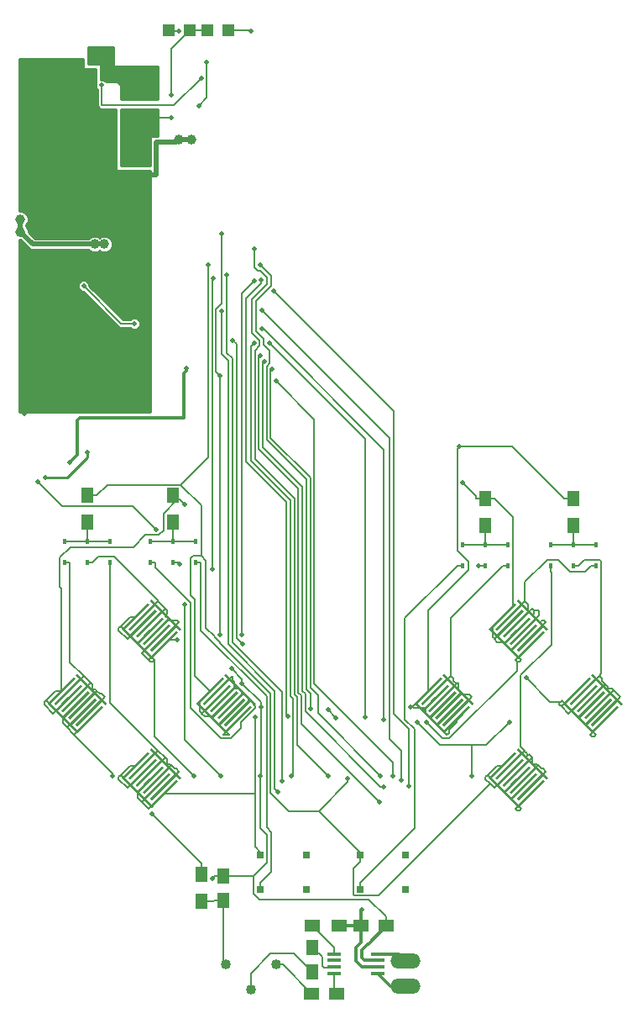
<source format=gbr>
G04 #@! TF.FileFunction,Copper,L1,Top,Signal*
%FSLAX46Y46*%
G04 Gerber Fmt 4.6, Leading zero omitted, Abs format (unit mm)*
G04 Created by KiCad (PCBNEW 4.0.2-stable) date 7/30/2016 6:00:18 PM*
%MOMM*%
G01*
G04 APERTURE LIST*
%ADD10C,0.100000*%
%ADD11C,1.016000*%
%ADD12R,1.300000X1.500000*%
%ADD13R,1.250000X1.500000*%
%ADD14R,1.500000X1.250000*%
%ADD15R,1.198880X1.198880*%
%ADD16R,0.450000X0.590000*%
%ADD17R,1.500000X1.300000*%
%ADD18R,1.450000X0.450000*%
%ADD19O,3.014980X1.506220*%
%ADD20R,0.700000X0.700000*%
%ADD21C,0.500000*%
%ADD22C,1.000000*%
%ADD23C,0.200000*%
%ADD24C,0.500000*%
%ADD25C,0.300000*%
%ADD26C,0.250000*%
%ADD27C,0.254000*%
G04 APERTURE END LIST*
D10*
G36*
X155000000Y-139505204D02*
X151994796Y-136500000D01*
X152171572Y-136323224D01*
X155176776Y-139328428D01*
X155000000Y-139505204D01*
X155000000Y-139505204D01*
G37*
G36*
X154823224Y-134025126D02*
X152171573Y-136676777D01*
X151994796Y-136500000D01*
X154646447Y-133848349D01*
X154823224Y-134025126D01*
X154823224Y-134025126D01*
G37*
G36*
X157828428Y-136676776D02*
X154823224Y-133671572D01*
X155000000Y-133494796D01*
X158005204Y-136500000D01*
X157828428Y-136676776D01*
X157828428Y-136676776D01*
G37*
G36*
X155530331Y-134025126D02*
X152878680Y-136676777D01*
X152701903Y-136500000D01*
X155353554Y-133848349D01*
X155530331Y-134025126D01*
X155530331Y-134025126D01*
G37*
G36*
X155530331Y-134732233D02*
X152878680Y-137383884D01*
X152701903Y-137207107D01*
X155353554Y-134555456D01*
X155530331Y-134732233D01*
X155530331Y-134732233D01*
G37*
G36*
X156237437Y-134732233D02*
X153585786Y-137383884D01*
X153409009Y-137207107D01*
X156060660Y-134555456D01*
X156237437Y-134732233D01*
X156237437Y-134732233D01*
G37*
G36*
X156237437Y-135439340D02*
X153585786Y-138090991D01*
X153409009Y-137914214D01*
X156060660Y-135262563D01*
X156237437Y-135439340D01*
X156237437Y-135439340D01*
G37*
G36*
X156944544Y-135439340D02*
X154292893Y-138090991D01*
X154116116Y-137914214D01*
X156767767Y-135262563D01*
X156944544Y-135439340D01*
X156944544Y-135439340D01*
G37*
G36*
X156944544Y-136146446D02*
X154292893Y-138798097D01*
X154116116Y-138621320D01*
X156767767Y-135969669D01*
X156944544Y-136146446D01*
X156944544Y-136146446D01*
G37*
G36*
X157651651Y-136146446D02*
X155000000Y-138798097D01*
X154823223Y-138621320D01*
X157474874Y-135969669D01*
X157651651Y-136146446D01*
X157651651Y-136146446D01*
G37*
G36*
X157651651Y-136853553D02*
X155000000Y-139505204D01*
X154823223Y-139328427D01*
X157474874Y-136676776D01*
X157651651Y-136853553D01*
X157651651Y-136853553D01*
G37*
G36*
X118000000Y-124505204D02*
X114994796Y-121500000D01*
X115171572Y-121323224D01*
X118176776Y-124328428D01*
X118000000Y-124505204D01*
X118000000Y-124505204D01*
G37*
G36*
X117823224Y-119025126D02*
X115171573Y-121676777D01*
X114994796Y-121500000D01*
X117646447Y-118848349D01*
X117823224Y-119025126D01*
X117823224Y-119025126D01*
G37*
G36*
X120828428Y-121676776D02*
X117823224Y-118671572D01*
X118000000Y-118494796D01*
X121005204Y-121500000D01*
X120828428Y-121676776D01*
X120828428Y-121676776D01*
G37*
G36*
X118530331Y-119025126D02*
X115878680Y-121676777D01*
X115701903Y-121500000D01*
X118353554Y-118848349D01*
X118530331Y-119025126D01*
X118530331Y-119025126D01*
G37*
G36*
X118530331Y-119732233D02*
X115878680Y-122383884D01*
X115701903Y-122207107D01*
X118353554Y-119555456D01*
X118530331Y-119732233D01*
X118530331Y-119732233D01*
G37*
G36*
X119237437Y-119732233D02*
X116585786Y-122383884D01*
X116409009Y-122207107D01*
X119060660Y-119555456D01*
X119237437Y-119732233D01*
X119237437Y-119732233D01*
G37*
G36*
X119237437Y-120439340D02*
X116585786Y-123090991D01*
X116409009Y-122914214D01*
X119060660Y-120262563D01*
X119237437Y-120439340D01*
X119237437Y-120439340D01*
G37*
G36*
X119944544Y-120439340D02*
X117292893Y-123090991D01*
X117116116Y-122914214D01*
X119767767Y-120262563D01*
X119944544Y-120439340D01*
X119944544Y-120439340D01*
G37*
G36*
X119944544Y-121146446D02*
X117292893Y-123798097D01*
X117116116Y-123621320D01*
X119767767Y-120969669D01*
X119944544Y-121146446D01*
X119944544Y-121146446D01*
G37*
G36*
X120651651Y-121146446D02*
X118000000Y-123798097D01*
X117823223Y-123621320D01*
X120474874Y-120969669D01*
X120651651Y-121146446D01*
X120651651Y-121146446D01*
G37*
G36*
X120651651Y-121853553D02*
X118000000Y-124505204D01*
X117823223Y-124328427D01*
X120474874Y-121676776D01*
X120651651Y-121853553D01*
X120651651Y-121853553D01*
G37*
D11*
X128000000Y-157800000D03*
X130540000Y-155260000D03*
X125460000Y-155260000D03*
D12*
X123000000Y-148950000D03*
X123000000Y-146250000D03*
D10*
G36*
X110500000Y-132005204D02*
X107494796Y-129000000D01*
X107671572Y-128823224D01*
X110676776Y-131828428D01*
X110500000Y-132005204D01*
X110500000Y-132005204D01*
G37*
G36*
X110323224Y-126525126D02*
X107671573Y-129176777D01*
X107494796Y-129000000D01*
X110146447Y-126348349D01*
X110323224Y-126525126D01*
X110323224Y-126525126D01*
G37*
G36*
X113328428Y-129176776D02*
X110323224Y-126171572D01*
X110500000Y-125994796D01*
X113505204Y-129000000D01*
X113328428Y-129176776D01*
X113328428Y-129176776D01*
G37*
G36*
X111030331Y-126525126D02*
X108378680Y-129176777D01*
X108201903Y-129000000D01*
X110853554Y-126348349D01*
X111030331Y-126525126D01*
X111030331Y-126525126D01*
G37*
G36*
X111030331Y-127232233D02*
X108378680Y-129883884D01*
X108201903Y-129707107D01*
X110853554Y-127055456D01*
X111030331Y-127232233D01*
X111030331Y-127232233D01*
G37*
G36*
X111737437Y-127232233D02*
X109085786Y-129883884D01*
X108909009Y-129707107D01*
X111560660Y-127055456D01*
X111737437Y-127232233D01*
X111737437Y-127232233D01*
G37*
G36*
X111737437Y-127939340D02*
X109085786Y-130590991D01*
X108909009Y-130414214D01*
X111560660Y-127762563D01*
X111737437Y-127939340D01*
X111737437Y-127939340D01*
G37*
G36*
X112444544Y-127939340D02*
X109792893Y-130590991D01*
X109616116Y-130414214D01*
X112267767Y-127762563D01*
X112444544Y-127939340D01*
X112444544Y-127939340D01*
G37*
G36*
X112444544Y-128646446D02*
X109792893Y-131298097D01*
X109616116Y-131121320D01*
X112267767Y-128469669D01*
X112444544Y-128646446D01*
X112444544Y-128646446D01*
G37*
G36*
X113151651Y-128646446D02*
X110500000Y-131298097D01*
X110323223Y-131121320D01*
X112974874Y-128469669D01*
X113151651Y-128646446D01*
X113151651Y-128646446D01*
G37*
G36*
X113151651Y-129353553D02*
X110500000Y-132005204D01*
X110323223Y-131828427D01*
X112974874Y-129176776D01*
X113151651Y-129353553D01*
X113151651Y-129353553D01*
G37*
G36*
X118000000Y-139505204D02*
X114994796Y-136500000D01*
X115171572Y-136323224D01*
X118176776Y-139328428D01*
X118000000Y-139505204D01*
X118000000Y-139505204D01*
G37*
G36*
X117823224Y-134025126D02*
X115171573Y-136676777D01*
X114994796Y-136500000D01*
X117646447Y-133848349D01*
X117823224Y-134025126D01*
X117823224Y-134025126D01*
G37*
G36*
X120828428Y-136676776D02*
X117823224Y-133671572D01*
X118000000Y-133494796D01*
X121005204Y-136500000D01*
X120828428Y-136676776D01*
X120828428Y-136676776D01*
G37*
G36*
X118530331Y-134025126D02*
X115878680Y-136676777D01*
X115701903Y-136500000D01*
X118353554Y-133848349D01*
X118530331Y-134025126D01*
X118530331Y-134025126D01*
G37*
G36*
X118530331Y-134732233D02*
X115878680Y-137383884D01*
X115701903Y-137207107D01*
X118353554Y-134555456D01*
X118530331Y-134732233D01*
X118530331Y-134732233D01*
G37*
G36*
X119237437Y-134732233D02*
X116585786Y-137383884D01*
X116409009Y-137207107D01*
X119060660Y-134555456D01*
X119237437Y-134732233D01*
X119237437Y-134732233D01*
G37*
G36*
X119237437Y-135439340D02*
X116585786Y-138090991D01*
X116409009Y-137914214D01*
X119060660Y-135262563D01*
X119237437Y-135439340D01*
X119237437Y-135439340D01*
G37*
G36*
X119944544Y-135439340D02*
X117292893Y-138090991D01*
X117116116Y-137914214D01*
X119767767Y-135262563D01*
X119944544Y-135439340D01*
X119944544Y-135439340D01*
G37*
G36*
X119944544Y-136146446D02*
X117292893Y-138798097D01*
X117116116Y-138621320D01*
X119767767Y-135969669D01*
X119944544Y-136146446D01*
X119944544Y-136146446D01*
G37*
G36*
X120651651Y-136146446D02*
X118000000Y-138798097D01*
X117823223Y-138621320D01*
X120474874Y-135969669D01*
X120651651Y-136146446D01*
X120651651Y-136146446D01*
G37*
G36*
X120651651Y-136853553D02*
X118000000Y-139505204D01*
X117823223Y-139328427D01*
X120474874Y-136676776D01*
X120651651Y-136853553D01*
X120651651Y-136853553D01*
G37*
G36*
X162500000Y-132005204D02*
X159494796Y-129000000D01*
X159671572Y-128823224D01*
X162676776Y-131828428D01*
X162500000Y-132005204D01*
X162500000Y-132005204D01*
G37*
G36*
X162323224Y-126525126D02*
X159671573Y-129176777D01*
X159494796Y-129000000D01*
X162146447Y-126348349D01*
X162323224Y-126525126D01*
X162323224Y-126525126D01*
G37*
G36*
X165328428Y-129176776D02*
X162323224Y-126171572D01*
X162500000Y-125994796D01*
X165505204Y-129000000D01*
X165328428Y-129176776D01*
X165328428Y-129176776D01*
G37*
G36*
X163030331Y-126525126D02*
X160378680Y-129176777D01*
X160201903Y-129000000D01*
X162853554Y-126348349D01*
X163030331Y-126525126D01*
X163030331Y-126525126D01*
G37*
G36*
X163030331Y-127232233D02*
X160378680Y-129883884D01*
X160201903Y-129707107D01*
X162853554Y-127055456D01*
X163030331Y-127232233D01*
X163030331Y-127232233D01*
G37*
G36*
X163737437Y-127232233D02*
X161085786Y-129883884D01*
X160909009Y-129707107D01*
X163560660Y-127055456D01*
X163737437Y-127232233D01*
X163737437Y-127232233D01*
G37*
G36*
X163737437Y-127939340D02*
X161085786Y-130590991D01*
X160909009Y-130414214D01*
X163560660Y-127762563D01*
X163737437Y-127939340D01*
X163737437Y-127939340D01*
G37*
G36*
X164444544Y-127939340D02*
X161792893Y-130590991D01*
X161616116Y-130414214D01*
X164267767Y-127762563D01*
X164444544Y-127939340D01*
X164444544Y-127939340D01*
G37*
G36*
X164444544Y-128646446D02*
X161792893Y-131298097D01*
X161616116Y-131121320D01*
X164267767Y-128469669D01*
X164444544Y-128646446D01*
X164444544Y-128646446D01*
G37*
G36*
X165151651Y-128646446D02*
X162500000Y-131298097D01*
X162323223Y-131121320D01*
X164974874Y-128469669D01*
X165151651Y-128646446D01*
X165151651Y-128646446D01*
G37*
G36*
X165151651Y-129353553D02*
X162500000Y-132005204D01*
X162323223Y-131828427D01*
X164974874Y-129176776D01*
X165151651Y-129353553D01*
X165151651Y-129353553D01*
G37*
G36*
X125500000Y-132005204D02*
X122494796Y-129000000D01*
X122671572Y-128823224D01*
X125676776Y-131828428D01*
X125500000Y-132005204D01*
X125500000Y-132005204D01*
G37*
G36*
X125323224Y-126525126D02*
X122671573Y-129176777D01*
X122494796Y-129000000D01*
X125146447Y-126348349D01*
X125323224Y-126525126D01*
X125323224Y-126525126D01*
G37*
G36*
X128328428Y-129176776D02*
X125323224Y-126171572D01*
X125500000Y-125994796D01*
X128505204Y-129000000D01*
X128328428Y-129176776D01*
X128328428Y-129176776D01*
G37*
G36*
X126030331Y-126525126D02*
X123378680Y-129176777D01*
X123201903Y-129000000D01*
X125853554Y-126348349D01*
X126030331Y-126525126D01*
X126030331Y-126525126D01*
G37*
G36*
X126030331Y-127232233D02*
X123378680Y-129883884D01*
X123201903Y-129707107D01*
X125853554Y-127055456D01*
X126030331Y-127232233D01*
X126030331Y-127232233D01*
G37*
G36*
X126737437Y-127232233D02*
X124085786Y-129883884D01*
X123909009Y-129707107D01*
X126560660Y-127055456D01*
X126737437Y-127232233D01*
X126737437Y-127232233D01*
G37*
G36*
X126737437Y-127939340D02*
X124085786Y-130590991D01*
X123909009Y-130414214D01*
X126560660Y-127762563D01*
X126737437Y-127939340D01*
X126737437Y-127939340D01*
G37*
G36*
X127444544Y-127939340D02*
X124792893Y-130590991D01*
X124616116Y-130414214D01*
X127267767Y-127762563D01*
X127444544Y-127939340D01*
X127444544Y-127939340D01*
G37*
G36*
X127444544Y-128646446D02*
X124792893Y-131298097D01*
X124616116Y-131121320D01*
X127267767Y-128469669D01*
X127444544Y-128646446D01*
X127444544Y-128646446D01*
G37*
G36*
X128151651Y-128646446D02*
X125500000Y-131298097D01*
X125323223Y-131121320D01*
X127974874Y-128469669D01*
X128151651Y-128646446D01*
X128151651Y-128646446D01*
G37*
G36*
X128151651Y-129353553D02*
X125500000Y-132005204D01*
X125323223Y-131828427D01*
X127974874Y-129176776D01*
X128151651Y-129353553D01*
X128151651Y-129353553D01*
G37*
D13*
X125200000Y-148850000D03*
X125200000Y-146350000D03*
D12*
X111540000Y-110752000D03*
X111540000Y-108052000D03*
X120176000Y-110752000D03*
X120176000Y-108052000D03*
X151666000Y-111102000D03*
X151666000Y-108402000D03*
X160556000Y-111102000D03*
X160556000Y-108402000D03*
D14*
X136650000Y-158200000D03*
X134150000Y-158200000D03*
X139150000Y-151400000D03*
X141650000Y-151400000D03*
D15*
X121849020Y-61200000D03*
X119750980Y-61200000D03*
D16*
X120176000Y-112665000D03*
X120176000Y-114775000D03*
X122462000Y-112665000D03*
X122462000Y-114775000D03*
X149380000Y-113015000D03*
X149380000Y-115125000D03*
X151666000Y-113015000D03*
X151666000Y-115125000D03*
X153952000Y-113015000D03*
X153952000Y-115125000D03*
X158270000Y-113015000D03*
X158270000Y-115125000D03*
X160556000Y-113015000D03*
X160556000Y-115125000D03*
X162842000Y-113015000D03*
X162842000Y-115125000D03*
D17*
X134250000Y-151400000D03*
X136950000Y-151400000D03*
D18*
X136400000Y-154225000D03*
X136400000Y-154875000D03*
X136400000Y-155525000D03*
X136400000Y-156175000D03*
X140800000Y-156175000D03*
X140800000Y-155525000D03*
X140800000Y-154875000D03*
X140800000Y-154225000D03*
D16*
X109254000Y-112665000D03*
X109254000Y-114775000D03*
X111540000Y-112665000D03*
X111540000Y-114775000D03*
X113826000Y-112665000D03*
X113826000Y-114775000D03*
X117890000Y-112665000D03*
X117890000Y-114775000D03*
D13*
X134200000Y-153550000D03*
X134200000Y-156050000D03*
D19*
X143600000Y-154930000D03*
X143600000Y-157470000D03*
D10*
G36*
X147500000Y-132005204D02*
X144494796Y-129000000D01*
X144671572Y-128823224D01*
X147676776Y-131828428D01*
X147500000Y-132005204D01*
X147500000Y-132005204D01*
G37*
G36*
X147323224Y-126525126D02*
X144671573Y-129176777D01*
X144494796Y-129000000D01*
X147146447Y-126348349D01*
X147323224Y-126525126D01*
X147323224Y-126525126D01*
G37*
G36*
X150328428Y-129176776D02*
X147323224Y-126171572D01*
X147500000Y-125994796D01*
X150505204Y-129000000D01*
X150328428Y-129176776D01*
X150328428Y-129176776D01*
G37*
G36*
X148030331Y-126525126D02*
X145378680Y-129176777D01*
X145201903Y-129000000D01*
X147853554Y-126348349D01*
X148030331Y-126525126D01*
X148030331Y-126525126D01*
G37*
G36*
X148030331Y-127232233D02*
X145378680Y-129883884D01*
X145201903Y-129707107D01*
X147853554Y-127055456D01*
X148030331Y-127232233D01*
X148030331Y-127232233D01*
G37*
G36*
X148737437Y-127232233D02*
X146085786Y-129883884D01*
X145909009Y-129707107D01*
X148560660Y-127055456D01*
X148737437Y-127232233D01*
X148737437Y-127232233D01*
G37*
G36*
X148737437Y-127939340D02*
X146085786Y-130590991D01*
X145909009Y-130414214D01*
X148560660Y-127762563D01*
X148737437Y-127939340D01*
X148737437Y-127939340D01*
G37*
G36*
X149444544Y-127939340D02*
X146792893Y-130590991D01*
X146616116Y-130414214D01*
X149267767Y-127762563D01*
X149444544Y-127939340D01*
X149444544Y-127939340D01*
G37*
G36*
X149444544Y-128646446D02*
X146792893Y-131298097D01*
X146616116Y-131121320D01*
X149267767Y-128469669D01*
X149444544Y-128646446D01*
X149444544Y-128646446D01*
G37*
G36*
X150151651Y-128646446D02*
X147500000Y-131298097D01*
X147323223Y-131121320D01*
X149974874Y-128469669D01*
X150151651Y-128646446D01*
X150151651Y-128646446D01*
G37*
G36*
X150151651Y-129353553D02*
X147500000Y-132005204D01*
X147323223Y-131828427D01*
X149974874Y-129176776D01*
X150151651Y-129353553D01*
X150151651Y-129353553D01*
G37*
G36*
X155000000Y-124505204D02*
X151994796Y-121500000D01*
X152171572Y-121323224D01*
X155176776Y-124328428D01*
X155000000Y-124505204D01*
X155000000Y-124505204D01*
G37*
G36*
X154823224Y-119025126D02*
X152171573Y-121676777D01*
X151994796Y-121500000D01*
X154646447Y-118848349D01*
X154823224Y-119025126D01*
X154823224Y-119025126D01*
G37*
G36*
X157828428Y-121676776D02*
X154823224Y-118671572D01*
X155000000Y-118494796D01*
X158005204Y-121500000D01*
X157828428Y-121676776D01*
X157828428Y-121676776D01*
G37*
G36*
X155530331Y-119025126D02*
X152878680Y-121676777D01*
X152701903Y-121500000D01*
X155353554Y-118848349D01*
X155530331Y-119025126D01*
X155530331Y-119025126D01*
G37*
G36*
X155530331Y-119732233D02*
X152878680Y-122383884D01*
X152701903Y-122207107D01*
X155353554Y-119555456D01*
X155530331Y-119732233D01*
X155530331Y-119732233D01*
G37*
G36*
X156237437Y-119732233D02*
X153585786Y-122383884D01*
X153409009Y-122207107D01*
X156060660Y-119555456D01*
X156237437Y-119732233D01*
X156237437Y-119732233D01*
G37*
G36*
X156237437Y-120439340D02*
X153585786Y-123090991D01*
X153409009Y-122914214D01*
X156060660Y-120262563D01*
X156237437Y-120439340D01*
X156237437Y-120439340D01*
G37*
G36*
X156944544Y-120439340D02*
X154292893Y-123090991D01*
X154116116Y-122914214D01*
X156767767Y-120262563D01*
X156944544Y-120439340D01*
X156944544Y-120439340D01*
G37*
G36*
X156944544Y-121146446D02*
X154292893Y-123798097D01*
X154116116Y-123621320D01*
X156767767Y-120969669D01*
X156944544Y-121146446D01*
X156944544Y-121146446D01*
G37*
G36*
X157651651Y-121146446D02*
X155000000Y-123798097D01*
X154823223Y-123621320D01*
X157474874Y-120969669D01*
X157651651Y-121146446D01*
X157651651Y-121146446D01*
G37*
G36*
X157651651Y-121853553D02*
X155000000Y-124505204D01*
X154823223Y-124328427D01*
X157474874Y-121676776D01*
X157651651Y-121853553D01*
X157651651Y-121853553D01*
G37*
D20*
X129000000Y-144300000D03*
X129000000Y-147700000D03*
X133600000Y-144300000D03*
X133600000Y-147700000D03*
X139000000Y-144300000D03*
X139000000Y-147700000D03*
X143600000Y-144300000D03*
X143600000Y-147700000D03*
D15*
X123650980Y-61200000D03*
X125749020Y-61200000D03*
D21*
X114500000Y-94000000D03*
X115500000Y-94000000D03*
X107250000Y-87250000D03*
X106250000Y-87250000D03*
X115750000Y-89250000D03*
X116500000Y-89250000D03*
X117250000Y-89250000D03*
X114000000Y-74000000D03*
X113000000Y-74000000D03*
X113000000Y-73000000D03*
X114000000Y-73000000D03*
D22*
X122000000Y-72250000D03*
X120750000Y-72250000D03*
D21*
X110250000Y-67250000D03*
X110250000Y-68250000D03*
X111250000Y-68250000D03*
X111250000Y-67250000D03*
X105162000Y-99774900D03*
X122749000Y-68805500D03*
X123550000Y-64402800D03*
X144790800Y-130844800D03*
X124112500Y-146658000D03*
X129048400Y-129337300D03*
X135830300Y-129644300D03*
X136613800Y-130427800D03*
X150277500Y-136298200D03*
X127112800Y-126957300D03*
X154067500Y-130848300D03*
X126043100Y-125465500D03*
X124915200Y-96030000D03*
X125054700Y-81683600D03*
X124915200Y-122092300D03*
X129000800Y-136298900D03*
X109750000Y-104750000D03*
X121500000Y-95250000D03*
X139250000Y-149750000D03*
X130282000Y-87476100D03*
X143929700Y-137298400D03*
X124245800Y-86217500D03*
X124095700Y-115514000D03*
X121369400Y-119034900D03*
X124965400Y-136298000D03*
X125613100Y-85861200D03*
X131142600Y-136792800D03*
X128981700Y-84867500D03*
X134055300Y-129544200D03*
X129054400Y-86361100D03*
X131753600Y-130326900D03*
X122245700Y-136297000D03*
X145685400Y-130847700D03*
X120601500Y-122558400D03*
X149368900Y-106754600D03*
X144124100Y-129323500D03*
X128450500Y-130336700D03*
X149054900Y-103145200D03*
X123695400Y-84822000D03*
X137800000Y-136538000D03*
X106548300Y-106631800D03*
X118491900Y-111458200D03*
X128334300Y-92697500D03*
X132099400Y-136299900D03*
X126169100Y-92405600D03*
X127152900Y-123029400D03*
X118029500Y-140132500D03*
X114094600Y-136295800D03*
X121311800Y-108977600D03*
X155793900Y-126394600D03*
X107250000Y-106250000D03*
X111500000Y-103750000D03*
X118250000Y-70750000D03*
X117250000Y-70750000D03*
X116250000Y-70750000D03*
X116250000Y-70000000D03*
X117250000Y-70000000D03*
X120000000Y-67750000D03*
X120000000Y-70000000D03*
X118250000Y-70000000D03*
D22*
X104750000Y-81500000D03*
X104750000Y-80250000D03*
X113250000Y-82750000D03*
X112250000Y-82750000D03*
D21*
X116250000Y-90750000D03*
X111150000Y-86950000D03*
X120750000Y-61250000D03*
X120868100Y-114941800D03*
X150963700Y-115125000D03*
X140952100Y-138908000D03*
X128965600Y-93936000D03*
X129365800Y-94526700D03*
X141448000Y-137396000D03*
X129098700Y-89373200D03*
X143170000Y-136714000D03*
X130566800Y-96543400D03*
X142365700Y-136311500D03*
X130166400Y-95302700D03*
X141103000Y-136293100D03*
X129116600Y-91290700D03*
X141451200Y-130597700D03*
X129927700Y-92682800D03*
X139571000Y-130347300D03*
X128402600Y-83185900D03*
X135818000Y-136293100D03*
X128335100Y-86475300D03*
X127130600Y-122100600D03*
X130741600Y-137893500D03*
X125054600Y-89520800D03*
X113000000Y-66750000D03*
X123000000Y-66000000D03*
X113500000Y-64250000D03*
X113500000Y-63250000D03*
X116250000Y-66500000D03*
X117250000Y-66500000D03*
X118250000Y-66500000D03*
X118250000Y-67750000D03*
X117250000Y-67750000D03*
X116250000Y-67750000D03*
X128000000Y-61250000D03*
D23*
X124225000Y-148900000D02*
X123050000Y-148900000D01*
X124275000Y-148850000D02*
X124225000Y-148900000D01*
X125200000Y-148850000D02*
X124275000Y-148850000D01*
X125200000Y-155000000D02*
X125200000Y-148850000D01*
X125460000Y-155260000D02*
X125200000Y-155000000D01*
X123100000Y-148850000D02*
X123050000Y-148900000D01*
X123050000Y-148900000D02*
X123000000Y-148950000D01*
X114500000Y-94000000D02*
X115500000Y-94000000D01*
X107250000Y-87250000D02*
X106250000Y-87250000D01*
X115750000Y-89250000D02*
X116500000Y-89250000D01*
X113000000Y-74000000D02*
X114000000Y-74000000D01*
X114000000Y-73000000D02*
X113000000Y-73000000D01*
D24*
X120750000Y-72250000D02*
X122000000Y-72250000D01*
X120500000Y-72500000D02*
X120750000Y-72250000D01*
X118500000Y-72500000D02*
X120500000Y-72500000D01*
X118500000Y-75750000D02*
X118500000Y-72500000D01*
X117500000Y-75750000D02*
X118500000Y-75750000D01*
D23*
X110250000Y-68250000D02*
X110250000Y-67250000D01*
X111250000Y-67250000D02*
X111250000Y-68250000D01*
X105162000Y-98900800D02*
X105162000Y-99774900D01*
X123550000Y-68004400D02*
X123550000Y-64402800D01*
X122749000Y-68805500D02*
X123550000Y-68004400D01*
D25*
X139475000Y-154875000D02*
X140800000Y-154875000D01*
X139200000Y-154600000D02*
X139475000Y-154875000D01*
X139200000Y-153800000D02*
X139200000Y-154600000D01*
X139800000Y-153200000D02*
X139200000Y-153800000D01*
X139850000Y-153200000D02*
X139800000Y-153200000D01*
X141650000Y-151400000D02*
X139850000Y-153200000D01*
D23*
X141650000Y-151400000D02*
X141650000Y-150474700D01*
X124274700Y-146495800D02*
X124112500Y-146658000D01*
X124274700Y-146350000D02*
X124274700Y-146495800D01*
X125200000Y-146350000D02*
X124274700Y-146350000D01*
X125200000Y-146350000D02*
X126125300Y-146350000D01*
X135830300Y-129644300D02*
X136613800Y-130427800D01*
X147087200Y-133141200D02*
X150277500Y-133141200D01*
X144790800Y-130844800D02*
X147087200Y-133141200D01*
X150277500Y-133141200D02*
X150277500Y-136298200D01*
X151774600Y-133141200D02*
X154067500Y-130848300D01*
X150277500Y-133141200D02*
X151774600Y-133141200D01*
X127112800Y-126535200D02*
X127112800Y-126957300D01*
X126043100Y-125465500D02*
X127112800Y-126535200D01*
X124915200Y-96030000D02*
X124915200Y-122092300D01*
X125054700Y-88717100D02*
X125054700Y-81683600D01*
X124496000Y-89275800D02*
X125054700Y-88717100D01*
X124496000Y-95610800D02*
X124496000Y-89275800D01*
X124915200Y-96030000D02*
X124496000Y-95610800D01*
X129650400Y-145018300D02*
X128318700Y-146350000D01*
X129650400Y-142223800D02*
X129650400Y-145018300D01*
X129000800Y-141574200D02*
X129650400Y-142223800D01*
X129000800Y-136298900D02*
X129000800Y-141574200D01*
X126125300Y-146350000D02*
X128318700Y-146350000D01*
X139926100Y-148750800D02*
X141650000Y-150474700D01*
X128891900Y-148750800D02*
X139926100Y-148750800D01*
X128318700Y-148177600D02*
X128891900Y-148750800D01*
X128318700Y-146350000D02*
X128318700Y-148177600D01*
X129048400Y-128892900D02*
X129048400Y-129337300D01*
X127112800Y-126957300D02*
X129048400Y-128892900D01*
X129048400Y-136251300D02*
X129000800Y-136298900D01*
X129048400Y-129337300D02*
X129048400Y-136251300D01*
X112038000Y-127462000D02*
X111914200Y-127585800D01*
X112038000Y-127108000D02*
X112038000Y-127462000D01*
X111861000Y-126932000D02*
X112038000Y-127108000D01*
X112339000Y-127586000D02*
X112480000Y-127727000D01*
X111914000Y-127586000D02*
X112339000Y-127586000D01*
X111914200Y-127585800D02*
X111914000Y-127586000D01*
X111030000Y-129177000D02*
X111030300Y-129176700D01*
X111030300Y-129176700D02*
X112480000Y-127727000D01*
X111030300Y-129176700D02*
X111030300Y-129176800D01*
X109779300Y-124873300D02*
X111142000Y-126236000D01*
X109779300Y-114775000D02*
X109779300Y-124873300D01*
X111166000Y-126236000D02*
X111861000Y-126932000D01*
X111142000Y-126236000D02*
X111166000Y-126236000D01*
X109254000Y-114775000D02*
X109779300Y-114775000D01*
X111737400Y-129883900D02*
X111737300Y-129883800D01*
X111737000Y-129884000D02*
X111737300Y-129883800D01*
X112798000Y-128045000D02*
X112480000Y-127727000D01*
X112798000Y-128046000D02*
X112798000Y-128045000D01*
X112976000Y-128046000D02*
X112798000Y-128046000D01*
X113276000Y-128346000D02*
X112976000Y-128046000D01*
X111737300Y-129883800D02*
X113276000Y-128346000D01*
X110323000Y-128470000D02*
X111092000Y-127701000D01*
X111092000Y-127701000D02*
X111861000Y-126932000D01*
X111091900Y-127701000D02*
X110323200Y-128469700D01*
X111092000Y-127701000D02*
X111091900Y-127701000D01*
X109616000Y-127763000D02*
X110379000Y-126999500D01*
X110379000Y-126999500D02*
X111142000Y-126236000D01*
X109616100Y-127762400D02*
X109616100Y-127762600D01*
X110379000Y-126999500D02*
X109616100Y-127762400D01*
X109254000Y-112665000D02*
X111540000Y-112665000D01*
X113826000Y-112665000D02*
X111540000Y-112665000D01*
X111540000Y-112665000D02*
X111540000Y-110752000D01*
X119414000Y-120086000D02*
X119414200Y-120085800D01*
X119414000Y-120191000D02*
X119414000Y-120086000D01*
X119715000Y-120492000D02*
X119414000Y-120191000D01*
X119538000Y-119608000D02*
X119361000Y-119432000D01*
X119538000Y-119962000D02*
X119538000Y-119608000D01*
X119414200Y-120085800D02*
X119538000Y-119962000D01*
X118530000Y-121677000D02*
X118530300Y-121676700D01*
X118530300Y-121676700D02*
X119715000Y-120492000D01*
X118530300Y-121676700D02*
X118530300Y-121676800D01*
X118654000Y-118619300D02*
X118654000Y-118724000D01*
X114214300Y-114179600D02*
X118654000Y-118619300D01*
X112660700Y-114179600D02*
X114214300Y-114179600D01*
X112065300Y-114775000D02*
X112660700Y-114179600D01*
X119361000Y-119431000D02*
X119361000Y-119432000D01*
X118654000Y-118724000D02*
X119361000Y-119431000D01*
X111540000Y-114775000D02*
X112065300Y-114775000D01*
X119237400Y-122383900D02*
X119237300Y-122383800D01*
X119237000Y-122384000D02*
X119237300Y-122383800D01*
X119834000Y-120611000D02*
X119715000Y-120492000D01*
X120541000Y-120611000D02*
X119834000Y-120611000D01*
X120776000Y-120846000D02*
X120541000Y-120611000D01*
X119237300Y-122383800D02*
X120776000Y-120846000D01*
X117823000Y-120970000D02*
X118592000Y-120201000D01*
X118592000Y-120201000D02*
X119361000Y-119432000D01*
X118591900Y-120201000D02*
X117823200Y-120969700D01*
X118592000Y-120201000D02*
X118591900Y-120201000D01*
X117116000Y-120263000D02*
X117885000Y-119493500D01*
X117885000Y-119493500D02*
X118654000Y-118724000D01*
X117116100Y-120262400D02*
X117116100Y-120262600D01*
X117885000Y-119493500D02*
X117116100Y-120262400D01*
X119538000Y-134962000D02*
X119414200Y-135085800D01*
X119538000Y-134608000D02*
X119538000Y-134962000D01*
X119361000Y-134432000D02*
X119538000Y-134608000D01*
X119839000Y-135086000D02*
X119980000Y-135227000D01*
X119414000Y-135086000D02*
X119839000Y-135086000D01*
X119414200Y-135085800D02*
X119414000Y-135086000D01*
X118530000Y-136677000D02*
X118530300Y-136676700D01*
X118530300Y-136676700D02*
X119980000Y-135227000D01*
X118530300Y-136676700D02*
X118530300Y-136676800D01*
X113826000Y-128920000D02*
X118642000Y-133736000D01*
X113826000Y-114775000D02*
X113826000Y-128920000D01*
X118666000Y-133736000D02*
X119361000Y-134432000D01*
X118642000Y-133736000D02*
X118666000Y-133736000D01*
X119237400Y-137383900D02*
X119237300Y-137383800D01*
X119237000Y-137384000D02*
X119237300Y-137383800D01*
X120298000Y-135545000D02*
X119980000Y-135227000D01*
X120476000Y-135545000D02*
X120298000Y-135545000D01*
X120776000Y-135846000D02*
X120476000Y-135545000D01*
X119237300Y-137383800D02*
X120776000Y-135846000D01*
X117823000Y-135970000D02*
X118592000Y-135201000D01*
X118592000Y-135201000D02*
X119361000Y-134432000D01*
X118591900Y-135201000D02*
X117823200Y-135969700D01*
X118592000Y-135201000D02*
X118591900Y-135201000D01*
X117116000Y-135263000D02*
X117879000Y-134499500D01*
X117879000Y-134499500D02*
X118642000Y-133736000D01*
X117116100Y-135262400D02*
X117116100Y-135262600D01*
X117879000Y-134499500D02*
X117116100Y-135262400D01*
X126030000Y-129177000D02*
X126030300Y-129176700D01*
X126030300Y-129176700D02*
X127076000Y-128131000D01*
X126030300Y-129176700D02*
X126030300Y-129176800D01*
X126737400Y-129883900D02*
X126737300Y-129883800D01*
X126737300Y-129883800D02*
X126737000Y-129884000D01*
X125323000Y-128470000D02*
X125827000Y-127966000D01*
X125827000Y-127966000D02*
X126331000Y-127462000D01*
X125826900Y-127966000D02*
X125323200Y-128469700D01*
X125827000Y-127966000D02*
X125826900Y-127966000D01*
X127786000Y-128532000D02*
X127786000Y-128684000D01*
X127385000Y-128131000D02*
X127786000Y-128532000D01*
X127076000Y-128131000D02*
X127385000Y-128131000D01*
X127786000Y-128836000D02*
X126737300Y-129883800D01*
X127786000Y-128684000D02*
X127786000Y-128836000D01*
X118415300Y-115300300D02*
X118415300Y-114775000D01*
X121957000Y-118842000D02*
X118415300Y-115300300D01*
X121957000Y-129464200D02*
X121957000Y-118842000D01*
X125022300Y-132529500D02*
X121957000Y-129464200D01*
X126011700Y-132529500D02*
X125022300Y-132529500D01*
X127030200Y-131511000D02*
X126011700Y-132529500D01*
X127030200Y-130900000D02*
X127030200Y-131511000D01*
X128496400Y-129433800D02*
X127030200Y-130900000D01*
X128496400Y-129266600D02*
X128496400Y-129433800D01*
X127913800Y-128684000D02*
X128496400Y-129266600D01*
X127786000Y-128684000D02*
X127913800Y-128684000D01*
X117890000Y-114775000D02*
X118415300Y-114775000D01*
X124616000Y-127763000D02*
X125385000Y-126993500D01*
X126331000Y-126714000D02*
X126331000Y-127462000D01*
X126327000Y-126711000D02*
X126331000Y-126714000D01*
X126186000Y-126711000D02*
X126327000Y-126711000D01*
X126154000Y-126679000D02*
X126186000Y-126711000D01*
X126154000Y-126224000D02*
X126154000Y-126679000D01*
X125385000Y-126993500D02*
X126154000Y-126224000D01*
X124616100Y-127762400D02*
X124616100Y-127762600D01*
X125385000Y-126993500D02*
X124616100Y-127762400D01*
X126791000Y-127462000D02*
X126852500Y-127524000D01*
X126331000Y-127462000D02*
X126791000Y-127462000D01*
X127076000Y-127747000D02*
X127076000Y-128131000D01*
X126914000Y-127586000D02*
X127076000Y-127747000D01*
X126852500Y-127524000D02*
X126914000Y-127586000D01*
X126914200Y-127585700D02*
X126914200Y-127585800D01*
X126852500Y-127524000D02*
X126914200Y-127585700D01*
X117890000Y-112665000D02*
X120176000Y-112665000D01*
X122462000Y-112665000D02*
X120176000Y-112665000D01*
X120176000Y-112665000D02*
X120176000Y-110752000D01*
D25*
X121500000Y-95500000D02*
X121500000Y-95250000D01*
X121250000Y-95750000D02*
X121500000Y-95500000D01*
X121250000Y-100250000D02*
X121250000Y-95750000D01*
X110750000Y-100250000D02*
X121250000Y-100250000D01*
X110500000Y-100500000D02*
X110750000Y-100250000D01*
X110500000Y-104000000D02*
X110500000Y-100500000D01*
X109750000Y-104750000D02*
X110500000Y-104000000D01*
X139150000Y-149850000D02*
X139150000Y-151400000D01*
X139250000Y-149750000D02*
X139150000Y-149850000D01*
X139225000Y-155525000D02*
X140800000Y-155525000D01*
X138600000Y-154900000D02*
X139225000Y-155525000D01*
X138600000Y-153600000D02*
X138600000Y-154900000D01*
X139150000Y-153050000D02*
X138600000Y-153600000D01*
X139150000Y-151400000D02*
X139150000Y-153050000D01*
X136950000Y-151400000D02*
X139150000Y-151400000D01*
D23*
X143929700Y-131560400D02*
X143929700Y-137298400D01*
X142402000Y-130032700D02*
X143929700Y-131560400D01*
X142402000Y-99596100D02*
X142402000Y-130032700D01*
X130282000Y-87476100D02*
X142402000Y-99596100D01*
X124095700Y-86367600D02*
X124095700Y-115514000D01*
X124245800Y-86217500D02*
X124095700Y-86367600D01*
X121369400Y-132702000D02*
X121369400Y-119034900D01*
X124965400Y-136298000D02*
X121369400Y-132702000D01*
X125613100Y-93689600D02*
X125613100Y-85861200D01*
X126160000Y-94236500D02*
X125613100Y-93689600D01*
X126160000Y-122821700D02*
X126160000Y-94236500D01*
X131142600Y-127804300D02*
X126160000Y-122821700D01*
X131142600Y-136792800D02*
X131142600Y-127804300D01*
X134055300Y-128031700D02*
X134055300Y-129544200D01*
X133605100Y-127581500D02*
X134055300Y-128031700D01*
X133605100Y-106426600D02*
X133605100Y-127581500D01*
X129616100Y-102437600D02*
X133605100Y-106426600D01*
X129616100Y-95054700D02*
X129616100Y-102437600D01*
X129916100Y-94754700D02*
X129616100Y-95054700D01*
X129916100Y-93482800D02*
X129916100Y-94754700D01*
X129314200Y-92880900D02*
X129916100Y-93482800D01*
X129314200Y-92310200D02*
X129314200Y-92880900D01*
X128512300Y-91508300D02*
X129314200Y-92310200D01*
X128512300Y-88467600D02*
X128512300Y-91508300D01*
X130044000Y-86935900D02*
X128512300Y-88467600D01*
X130044000Y-85929800D02*
X130044000Y-86935900D01*
X128981700Y-84867500D02*
X130044000Y-85929800D01*
X131603600Y-130176900D02*
X131753600Y-130326900D01*
X131603600Y-108682400D02*
X131603600Y-130176900D01*
X127563800Y-104642600D02*
X131603600Y-108682400D01*
X127563800Y-88200900D02*
X127563800Y-104642600D01*
X129054400Y-86710300D02*
X127563800Y-88200900D01*
X129054400Y-86361100D02*
X129054400Y-86710300D01*
X155530000Y-122384000D02*
X154293000Y-123621000D01*
X154823000Y-121677000D02*
X153586000Y-122914000D01*
X117823000Y-121677000D02*
X116586000Y-122914000D01*
X116992000Y-123922000D02*
X117699000Y-124629000D01*
X118530000Y-122384000D02*
X116992000Y-123922000D01*
X153586000Y-122914000D02*
X154293000Y-123621000D01*
X154116000Y-120970000D02*
X152578000Y-122508000D01*
X154116100Y-120969900D02*
X154116100Y-120969700D01*
X154116000Y-120970000D02*
X154116100Y-120969900D01*
X114694000Y-121376000D02*
X114871000Y-121199000D01*
X114694000Y-121624000D02*
X114694000Y-121376000D01*
X115578000Y-122508000D02*
X114694000Y-121624000D01*
X117116000Y-120970000D02*
X115578000Y-122508000D01*
X117116100Y-120969900D02*
X117116100Y-120969700D01*
X117116000Y-120970000D02*
X117116100Y-120969900D01*
X156237400Y-123091000D02*
X156237200Y-123090800D01*
X156237200Y-123090800D02*
X156468000Y-122861000D01*
X155530100Y-122383900D02*
X155530000Y-122384000D01*
X155530300Y-122383900D02*
X155530100Y-122383900D01*
X154823200Y-121676800D02*
X154823000Y-121677000D01*
X152900000Y-120771500D02*
X153409000Y-120263000D01*
X153586000Y-122914000D02*
X153533000Y-122861500D01*
X152879000Y-122809000D02*
X152578000Y-122508000D01*
X153480000Y-122809000D02*
X152879000Y-122809000D01*
X153533000Y-122861500D02*
X153480000Y-122809000D01*
X153533100Y-122861500D02*
X153585800Y-122914200D01*
X153533000Y-122861500D02*
X153533100Y-122861500D01*
X119770000Y-122558000D02*
X119503500Y-122824500D01*
X119503500Y-122824500D02*
X117699000Y-124629000D01*
X118530100Y-122383900D02*
X118530000Y-122384000D01*
X118530300Y-122383900D02*
X118530100Y-122383900D01*
X117823200Y-121676800D02*
X117823000Y-121677000D01*
X116409000Y-120263000D02*
X116408600Y-120263000D01*
X115808000Y-120263000D02*
X114871000Y-121199000D01*
X116408600Y-120263000D02*
X115808000Y-120263000D01*
X116408600Y-120263000D02*
X116409000Y-120262600D01*
X116586000Y-122914000D02*
X116585800Y-122913800D01*
X116585800Y-122913800D02*
X114871000Y-121199000D01*
X116585800Y-122913800D02*
X116585800Y-122914200D01*
X152391000Y-121280000D02*
X152900000Y-120771500D01*
X152391000Y-121780000D02*
X152391000Y-121280000D01*
X152435000Y-121824000D02*
X152391000Y-121780000D01*
X152435000Y-122306000D02*
X152435000Y-121824000D01*
X152578000Y-122448000D02*
X152435000Y-122306000D01*
X152578000Y-122508000D02*
X152578000Y-122448000D01*
X119503500Y-122824900D02*
X119237400Y-123091000D01*
X119503500Y-122824500D02*
X119503500Y-122824900D01*
X118124000Y-124806000D02*
X118301000Y-124629000D01*
X117876000Y-124806000D02*
X118124000Y-124806000D01*
X117699000Y-124629000D02*
X117876000Y-124806000D01*
X118301000Y-124629000D02*
X116586000Y-122914000D01*
X118301000Y-132352300D02*
X122245700Y-136297000D01*
X118301000Y-124629000D02*
X118301000Y-132352300D01*
X155124000Y-124806000D02*
X154876000Y-124806000D01*
X155301000Y-124629000D02*
X155124000Y-124806000D01*
X154293000Y-123621000D02*
X155301000Y-124629000D01*
X156237000Y-123091000D02*
X156237200Y-123090800D01*
X154699000Y-124629000D02*
X156237000Y-123091000D01*
X154876000Y-124806000D02*
X154699000Y-124629000D01*
X147369800Y-132532100D02*
X145685400Y-130847700D01*
X148033400Y-132532100D02*
X147369800Y-132532100D01*
X154876000Y-125689500D02*
X148033400Y-132532100D01*
X154876000Y-124806000D02*
X154876000Y-125689500D01*
X119770400Y-122558400D02*
X119770000Y-122558000D01*
X120601500Y-122558400D02*
X119770400Y-122558400D01*
X150715700Y-108101400D02*
X149368900Y-106754600D01*
X150715700Y-108402000D02*
X150715700Y-108101400D01*
X151666000Y-108402000D02*
X150715700Y-108402000D01*
X152900100Y-120771500D02*
X153409000Y-120262600D01*
X152900000Y-120771500D02*
X152900100Y-120771500D01*
X154477400Y-110263100D02*
X152616300Y-108402000D01*
X154477400Y-119194200D02*
X154477400Y-110263100D01*
X153409000Y-120262600D02*
X154477400Y-119194200D01*
X151666000Y-108402000D02*
X152616300Y-108402000D01*
X148030000Y-129884000D02*
X146793000Y-131121000D01*
X147323000Y-129177000D02*
X146086000Y-130414000D01*
X145606000Y-129934000D02*
X146086000Y-130414000D01*
X145606000Y-129480000D02*
X145606000Y-129934000D01*
X116992000Y-138922000D02*
X117004000Y-138910000D01*
X117293000Y-139223000D02*
X116992000Y-138922000D01*
X117317000Y-139223000D02*
X117293000Y-139223000D01*
X117711000Y-139617000D02*
X117317000Y-139223000D01*
X119237000Y-138091000D02*
X117711000Y-139617000D01*
X117823000Y-136677000D02*
X116586000Y-137914000D01*
X116586000Y-137914000D02*
X114871000Y-136199000D01*
X118530000Y-137384000D02*
X117004000Y-138910000D01*
X114694000Y-136376000D02*
X114871000Y-136199000D01*
X114694000Y-136624000D02*
X114694000Y-136376000D01*
X115578000Y-137508000D02*
X114694000Y-136624000D01*
X117116000Y-135970000D02*
X115578000Y-137508000D01*
X117116100Y-135969900D02*
X117116100Y-135969700D01*
X117116000Y-135970000D02*
X117116100Y-135969900D01*
X148030100Y-129883900D02*
X148030000Y-129884000D01*
X148030300Y-129883900D02*
X148030100Y-129883900D01*
X147323200Y-129176800D02*
X147323000Y-129177000D01*
X146793000Y-131121000D02*
X146301000Y-130629000D01*
X146301000Y-130629000D02*
X146086000Y-130414000D01*
X146300600Y-130629000D02*
X146085800Y-130414200D01*
X146301000Y-130629000D02*
X146300600Y-130629000D01*
X119237400Y-138091000D02*
X119237000Y-138091000D01*
X118530100Y-137383900D02*
X118530000Y-137384000D01*
X118530300Y-137383900D02*
X118530100Y-137383900D01*
X117823200Y-136676800D02*
X117823000Y-136677000D01*
X116409000Y-135263000D02*
X116408600Y-135263000D01*
X115808000Y-135263000D02*
X114871000Y-136199000D01*
X116408600Y-135263000D02*
X115808000Y-135263000D01*
X116408600Y-135263000D02*
X116409000Y-135262600D01*
X116586000Y-138492000D02*
X116586000Y-138203000D01*
X117004000Y-138910000D02*
X116586000Y-138492000D01*
X116586000Y-138203000D02*
X116586000Y-137914000D01*
X116585800Y-138202800D02*
X116585800Y-137914200D01*
X116586000Y-138203000D02*
X116585800Y-138202800D01*
X147801000Y-132129000D02*
X146793000Y-131121000D01*
X147977000Y-131953000D02*
X147801000Y-132129000D01*
X147977000Y-131675000D02*
X147977000Y-131953000D01*
X148737000Y-130914000D02*
X147977000Y-131675000D01*
X148737000Y-130591000D02*
X148737000Y-130914000D01*
X148737400Y-130591000D02*
X148737000Y-130591000D01*
X148893000Y-130591000D02*
X148737400Y-130591000D01*
X149413000Y-130071000D02*
X148893000Y-130591000D01*
X129000000Y-143975000D02*
X129000000Y-144300000D01*
X144371000Y-129346000D02*
X144371000Y-129323500D01*
X144460000Y-129435000D02*
X144371000Y-129346000D01*
X144460000Y-129480000D02*
X144460000Y-129435000D01*
X145606000Y-129480000D02*
X144460000Y-129480000D01*
X144371000Y-129301000D02*
X145909000Y-127763000D01*
X144371000Y-129323500D02*
X144371000Y-129301000D01*
X144371000Y-129323500D02*
X144124100Y-129323500D01*
X145909000Y-127763000D02*
X145909000Y-127762600D01*
X160556000Y-108402000D02*
X159605700Y-108402000D01*
X154348900Y-103145200D02*
X159605700Y-108402000D01*
X149054900Y-103145200D02*
X154348900Y-103145200D01*
X146616000Y-128470000D02*
X145606000Y-129480000D01*
X146616100Y-128469900D02*
X146616100Y-128469700D01*
X146616000Y-128470000D02*
X146616100Y-128469900D01*
X145909000Y-119592700D02*
X145909000Y-127762600D01*
X149929100Y-115572600D02*
X145909000Y-119592700D01*
X149929100Y-114729300D02*
X149929100Y-115572600D01*
X148818600Y-113618800D02*
X149929100Y-114729300D01*
X148818600Y-103381500D02*
X148818600Y-113618800D01*
X149054900Y-103145200D02*
X148818600Y-103381500D01*
X119237400Y-138091000D02*
X128450500Y-138091000D01*
X128450500Y-143425500D02*
X129000000Y-143975000D01*
X128450500Y-138091000D02*
X128450500Y-143425500D01*
X128450500Y-130336700D02*
X128450500Y-138091000D01*
X126030000Y-129884000D02*
X124793000Y-131121000D01*
X155530000Y-137384000D02*
X154293000Y-138621000D01*
X154823000Y-136677000D02*
X153586000Y-137914000D01*
X153586000Y-137914000D02*
X151871000Y-136199000D01*
X154699000Y-139629000D02*
X156237000Y-138091000D01*
X154876000Y-139806000D02*
X154699000Y-139629000D01*
X155124000Y-139806000D02*
X154876000Y-139806000D01*
X155301000Y-139629000D02*
X155124000Y-139806000D01*
X154293000Y-138621000D02*
X155301000Y-139629000D01*
X124793000Y-131121000D02*
X124086000Y-130414000D01*
X154116100Y-135969900D02*
X154116100Y-135969700D01*
X154116000Y-135970000D02*
X154116100Y-135969900D01*
X126737400Y-130591000D02*
X126737000Y-130591000D01*
X126030100Y-129883900D02*
X126030000Y-129884000D01*
X126030300Y-129883900D02*
X126030100Y-129883900D01*
X124086000Y-130414000D02*
X124033000Y-130361500D01*
X123379000Y-130309000D02*
X123078000Y-130008000D01*
X123980000Y-130309000D02*
X123379000Y-130309000D01*
X124033000Y-130361500D02*
X123980000Y-130309000D01*
X124033100Y-130361500D02*
X124085800Y-130414200D01*
X124033000Y-130361500D02*
X124033100Y-130361500D01*
X156237400Y-138091000D02*
X156237000Y-138091000D01*
X155530100Y-137383900D02*
X155530000Y-137384000D01*
X155530300Y-137383900D02*
X155530100Y-137383900D01*
X154823200Y-136676800D02*
X154823000Y-136677000D01*
X153586000Y-137914000D02*
X153801000Y-138129000D01*
X153801000Y-138129000D02*
X154293000Y-138621000D01*
X153800600Y-138129000D02*
X153585800Y-137914200D01*
X153801000Y-138129000D02*
X153800600Y-138129000D01*
X125801000Y-132129000D02*
X124793000Y-131121000D01*
X125199000Y-132129000D02*
X125801000Y-132129000D01*
X126737000Y-130591000D02*
X125199000Y-132129000D01*
X123909000Y-127762600D02*
X123909000Y-127763000D01*
X139000000Y-143975000D02*
X139000000Y-144300000D01*
X151694000Y-136624000D02*
X152148800Y-137078800D01*
X151694000Y-136376000D02*
X151694000Y-136624000D01*
X151871000Y-136199000D02*
X151694000Y-136376000D01*
X152578000Y-137508000D02*
X154116000Y-135970000D01*
X152148800Y-137078800D02*
X152578000Y-137508000D01*
X138349700Y-145600600D02*
X139000000Y-144950300D01*
X138349700Y-148242100D02*
X138349700Y-145600600D01*
X138458000Y-148350400D02*
X138349700Y-148242100D01*
X140877200Y-148350400D02*
X138458000Y-148350400D01*
X152148800Y-137078800D02*
X140877200Y-148350400D01*
X139000000Y-144300000D02*
X139000000Y-144950300D01*
X122888000Y-128783000D02*
X123909000Y-127763000D01*
X122888000Y-129764000D02*
X122888000Y-128783000D01*
X123078000Y-129953000D02*
X122888000Y-129764000D01*
X123078000Y-130008000D02*
X123078000Y-129953000D01*
X111540000Y-108052000D02*
X112490300Y-108052000D01*
X113540700Y-107001600D02*
X112490300Y-108052000D01*
X120950600Y-107001600D02*
X113540700Y-107001600D01*
X153409000Y-135263000D02*
X153408600Y-135263000D01*
X152808000Y-135263000D02*
X151871000Y-136199000D01*
X153408600Y-135263000D02*
X152808000Y-135263000D01*
X153408600Y-135263000D02*
X153409000Y-135262600D01*
X124616000Y-128470000D02*
X123078000Y-130008000D01*
X124616100Y-128469900D02*
X124616100Y-128469700D01*
X124616000Y-128470000D02*
X124616100Y-128469900D01*
X125323000Y-129177000D02*
X124086000Y-130414000D01*
X125323000Y-129177000D02*
X125323200Y-129176800D01*
X122151500Y-114125200D02*
X122999500Y-114125200D01*
X121919000Y-114357700D02*
X122151500Y-114125200D01*
X121919000Y-118081300D02*
X121919000Y-114357700D01*
X122394500Y-118556800D02*
X121919000Y-118081300D01*
X122394500Y-126248100D02*
X122394500Y-118556800D01*
X123909000Y-127762600D02*
X122394500Y-126248100D01*
X122999500Y-109050500D02*
X120950600Y-107001600D01*
X122999500Y-114125200D02*
X122999500Y-109050500D01*
X134865500Y-139840400D02*
X139000000Y-143975000D01*
X137800000Y-136905900D02*
X134865500Y-139840400D01*
X137800000Y-136538000D02*
X137800000Y-136905900D01*
X123695400Y-104256800D02*
X120950600Y-107001600D01*
X123695400Y-84822000D02*
X123695400Y-104256800D01*
X134865400Y-139840500D02*
X134865500Y-139840400D01*
X131843600Y-139840500D02*
X134865400Y-139840500D01*
X130002300Y-137999200D02*
X131843600Y-139840500D01*
X130002300Y-128008500D02*
X130002300Y-137999200D01*
X124889900Y-122896100D02*
X130002300Y-128008500D01*
X124889900Y-122845200D02*
X124889900Y-122896100D01*
X124364900Y-122320200D02*
X124889900Y-122845200D01*
X124364900Y-122252500D02*
X124364900Y-122320200D01*
X123496900Y-121384500D02*
X124364900Y-122252500D01*
X123496900Y-114622600D02*
X123496900Y-121384500D01*
X122999500Y-114125200D02*
X123496900Y-114622600D01*
X116136100Y-109102400D02*
X118491900Y-111458200D01*
X109018900Y-109102400D02*
X116136100Y-109102400D01*
X106548300Y-106631800D02*
X109018900Y-109102400D01*
X128014900Y-93016900D02*
X128334300Y-92697500D01*
X128014900Y-104527600D02*
X128014900Y-93016900D01*
X132003900Y-108516600D02*
X128014900Y-104527600D01*
X132003900Y-128244700D02*
X132003900Y-108516600D01*
X132304000Y-128544800D02*
X132003900Y-128244700D01*
X132304000Y-136095300D02*
X132304000Y-128544800D01*
X132099400Y-136299900D02*
X132304000Y-136095300D01*
X126560400Y-92796900D02*
X126169100Y-92405600D01*
X126560400Y-122436900D02*
X126560400Y-92796900D01*
X127152900Y-123029400D02*
X126560400Y-122436900D01*
X123000000Y-145103000D02*
X123000000Y-146250000D01*
X118029500Y-140132500D02*
X123000000Y-145103000D01*
X163030000Y-129884000D02*
X161793000Y-131121000D01*
X162323000Y-129177000D02*
X161086000Y-130414000D01*
X109086000Y-130414000D02*
X107371000Y-128699000D01*
X111030000Y-129884000D02*
X109504000Y-131410000D01*
X161086000Y-130414000D02*
X161793000Y-131121000D01*
X162199000Y-132129000D02*
X163737000Y-130591000D01*
X162376000Y-132306000D02*
X162199000Y-132129000D01*
X162624000Y-132306000D02*
X162376000Y-132306000D01*
X162801000Y-132129000D02*
X162624000Y-132306000D01*
X161793000Y-131121000D02*
X162801000Y-132129000D01*
X163737400Y-130591000D02*
X163737000Y-130591000D01*
X163030100Y-129883900D02*
X163030000Y-129884000D01*
X163030300Y-129883900D02*
X163030100Y-129883900D01*
X162323200Y-129176800D02*
X162323000Y-129177000D01*
X160909000Y-127763000D02*
X159371000Y-129301000D01*
X160909000Y-127763000D02*
X160909000Y-127762600D01*
X161086000Y-130414000D02*
X161085800Y-130413800D01*
X161085800Y-130413800D02*
X161085800Y-130414200D01*
X111030100Y-129883900D02*
X111030000Y-129884000D01*
X111030300Y-129883900D02*
X111030100Y-129883900D01*
X109086000Y-130992000D02*
X109086000Y-130703000D01*
X109504000Y-131410000D02*
X109086000Y-130992000D01*
X109086000Y-130703000D02*
X109086000Y-130414000D01*
X109085800Y-130702800D02*
X109085800Y-130414200D01*
X109086000Y-130703000D02*
X109085800Y-130702800D01*
X108308000Y-127763000D02*
X107371000Y-128699000D01*
X108909000Y-127763000D02*
X108308000Y-127763000D01*
X107194000Y-128876000D02*
X107371000Y-128699000D01*
X107194000Y-129124000D02*
X107194000Y-128876000D01*
X108078000Y-130008000D02*
X107194000Y-129124000D01*
X109616000Y-128470000D02*
X108078000Y-130008000D01*
X109616100Y-128469900D02*
X109616100Y-128469700D01*
X109616000Y-128470000D02*
X109616100Y-128469900D01*
X109492000Y-131422000D02*
X110101900Y-132031900D01*
X109504000Y-131410000D02*
X109492000Y-131422000D01*
X110101900Y-132031900D02*
X110199000Y-132129000D01*
X110102000Y-132031900D02*
X110199300Y-132129100D01*
X110101900Y-132031900D02*
X110102000Y-132031900D01*
X111737400Y-130591000D02*
X110199300Y-132129100D01*
X114094600Y-136024500D02*
X114094600Y-136295800D01*
X110199300Y-132129100D02*
X114094600Y-136024500D01*
X110323000Y-129177000D02*
X109086000Y-130414000D01*
X110323000Y-129177000D02*
X110323200Y-129176800D01*
X120601800Y-108477800D02*
X120176000Y-108052000D01*
X120812000Y-108477800D02*
X121311800Y-108977600D01*
X120601800Y-108477800D02*
X120812000Y-108477800D01*
X159371000Y-128699000D02*
X159258000Y-128812000D01*
X161085800Y-130413800D02*
X159371000Y-128699000D01*
X159145000Y-129075000D02*
X159371000Y-129301000D01*
X159145000Y-128925000D02*
X159145000Y-129075000D01*
X159258000Y-128812000D02*
X159145000Y-128925000D01*
X158211300Y-128812000D02*
X155793900Y-126394600D01*
X159258000Y-128812000D02*
X158211300Y-128812000D01*
X160078000Y-130008000D02*
X159371000Y-129301000D01*
X161616000Y-128470000D02*
X160078000Y-130008000D01*
X161616100Y-128469900D02*
X161616100Y-128469700D01*
X161616000Y-128470000D02*
X161616100Y-128469900D01*
X108909000Y-117424800D02*
X108909000Y-127762600D01*
X108723400Y-117239200D02*
X108909000Y-117424800D01*
X108723400Y-114329500D02*
X108723400Y-117239200D01*
X109792500Y-113260400D02*
X108723400Y-114329500D01*
X116161800Y-113260400D02*
X109792500Y-113260400D01*
X117396000Y-112026200D02*
X116161800Y-113260400D01*
X118758200Y-112026200D02*
X117396000Y-112026200D01*
X119187500Y-111596900D02*
X118758200Y-112026200D01*
X119187500Y-109892100D02*
X119187500Y-111596900D01*
X120601800Y-108477800D02*
X119187500Y-109892100D01*
X108909000Y-127762600D02*
X108909000Y-127763000D01*
X136325000Y-155600000D02*
X136400000Y-155525000D01*
X135400000Y-155600000D02*
X136325000Y-155600000D01*
X135200000Y-155400000D02*
X135400000Y-155600000D01*
X135200000Y-154550000D02*
X135200000Y-155400000D01*
X134200000Y-153550000D02*
X135200000Y-154550000D01*
X128000000Y-156200000D02*
X128000000Y-157800000D01*
X130000000Y-154200000D02*
X128000000Y-156200000D01*
X132350000Y-154200000D02*
X130000000Y-154200000D01*
X134200000Y-156050000D02*
X132350000Y-154200000D01*
X136400000Y-157950000D02*
X136400000Y-156175000D01*
X136650000Y-158200000D02*
X136400000Y-157950000D01*
X131210000Y-155260000D02*
X130540000Y-155260000D01*
X134150000Y-158200000D02*
X131210000Y-155260000D01*
D26*
X111500000Y-104250000D02*
X111500000Y-103750000D01*
X109500000Y-106250000D02*
X111500000Y-104250000D01*
X107250000Y-106250000D02*
X109500000Y-106250000D01*
D23*
X116250000Y-70750000D02*
X117250000Y-70750000D01*
X117250000Y-70000000D02*
X116250000Y-70000000D01*
X120000000Y-63049000D02*
X121849000Y-61200000D01*
X120000000Y-67750000D02*
X120000000Y-63049000D01*
X118250000Y-70000000D02*
X120000000Y-70000000D01*
X123651000Y-61200000D02*
X121849000Y-61200000D01*
D24*
X112250000Y-82750000D02*
X113250000Y-82750000D01*
D23*
X114950000Y-90750000D02*
X111150000Y-86950000D01*
X116250000Y-90750000D02*
X114950000Y-90750000D01*
D24*
X104750000Y-80250000D02*
X104750000Y-81500000D01*
X106000000Y-82750000D02*
X112250000Y-82750000D01*
X104750000Y-81500000D02*
X106000000Y-82750000D01*
D23*
X119801000Y-61250000D02*
X120750000Y-61250000D01*
X119751000Y-61200000D02*
X119801000Y-61250000D01*
X119751000Y-61200000D02*
X119250000Y-61701000D01*
X120176000Y-114775000D02*
X120701300Y-114775000D01*
X120701300Y-114775000D02*
X120868100Y-114941800D01*
X129000000Y-147700000D02*
X129000000Y-147049700D01*
X122462000Y-114775000D02*
X122987300Y-114775000D01*
X130079600Y-145970100D02*
X129000000Y-147049700D01*
X130079600Y-141943000D02*
X130079600Y-145970100D01*
X129601900Y-141465300D02*
X130079600Y-141943000D01*
X129601900Y-128245900D02*
X129601900Y-141465300D01*
X122987300Y-121631300D02*
X129601900Y-128245900D01*
X122987300Y-114775000D02*
X122987300Y-121631300D01*
X149380000Y-113015000D02*
X151666000Y-113015000D01*
X153952000Y-113015000D02*
X151666000Y-113015000D01*
X151666000Y-113015000D02*
X151666000Y-111102000D01*
X143557100Y-120422600D02*
X148854700Y-115125000D01*
X143557100Y-130621500D02*
X143557100Y-120422600D01*
X144527500Y-131591900D02*
X143557100Y-130621500D01*
X144527500Y-141522200D02*
X144527500Y-131591900D01*
X139000000Y-147049700D02*
X144527500Y-141522200D01*
X139000000Y-147700000D02*
X139000000Y-147049700D01*
X149380000Y-115125000D02*
X148854700Y-115125000D01*
X150963700Y-115125000D02*
X151666000Y-115125000D01*
X148030000Y-129177000D02*
X148030300Y-129176700D01*
X148030300Y-129176700D02*
X149215000Y-127992000D01*
X148030300Y-129176700D02*
X148030300Y-129176800D01*
X148737400Y-129883900D02*
X148737300Y-129883800D01*
X148737000Y-129884000D02*
X148737300Y-129883800D01*
X149334000Y-128111000D02*
X149215000Y-127992000D01*
X150041000Y-128111000D02*
X149334000Y-128111000D01*
X150276000Y-128346000D02*
X150041000Y-128111000D01*
X148737300Y-129883800D02*
X150276000Y-128346000D01*
X146616000Y-127763000D02*
X147385000Y-126993500D01*
X146616100Y-127762400D02*
X146616100Y-127762600D01*
X147385000Y-126993500D02*
X146616100Y-127762400D01*
X148914000Y-126932000D02*
X148914000Y-127311500D01*
X148861000Y-126932000D02*
X148914000Y-126932000D01*
X148773000Y-127020000D02*
X148861000Y-126932000D01*
X148914000Y-127691000D02*
X149215000Y-127992000D01*
X148914000Y-127311500D02*
X148914000Y-127691000D01*
X148914200Y-127311700D02*
X148914200Y-127585800D01*
X148914000Y-127311500D02*
X148914200Y-127311700D01*
X147323000Y-128470000D02*
X148048000Y-127745000D01*
X148048000Y-127745000D02*
X148773000Y-127020000D01*
X148047900Y-127745000D02*
X147323200Y-128469700D01*
X148048000Y-127745000D02*
X148047900Y-127745000D01*
X148154000Y-120397700D02*
X148154000Y-126224000D01*
X153426700Y-115125000D02*
X148154000Y-120397700D01*
X147385000Y-126993500D02*
X148154000Y-126224000D01*
X148455000Y-126702000D02*
X148773000Y-127020000D01*
X148455000Y-126525000D02*
X148455000Y-126702000D01*
X148154000Y-126224000D02*
X148455000Y-126525000D01*
X153952000Y-115125000D02*
X153426700Y-115125000D01*
X158270000Y-113015000D02*
X160556000Y-113015000D01*
X162842000Y-113015000D02*
X160556000Y-113015000D01*
X160556000Y-113015000D02*
X160556000Y-111102000D01*
X155530000Y-136677000D02*
X155530300Y-136676700D01*
X155530300Y-136676700D02*
X156980000Y-135227000D01*
X155530300Y-136676700D02*
X155530300Y-136676800D01*
X156237400Y-137383900D02*
X156237300Y-137383800D01*
X156237000Y-137384000D02*
X156237300Y-137383800D01*
X157298000Y-135545000D02*
X156980000Y-135227000D01*
X157476000Y-135545000D02*
X157298000Y-135545000D01*
X157776000Y-135846000D02*
X157476000Y-135545000D01*
X156237300Y-137383800D02*
X157776000Y-135846000D01*
X154823000Y-135970000D02*
X155592000Y-135201000D01*
X155592000Y-135201000D02*
X156361000Y-134432000D01*
X155591900Y-135201000D02*
X154823200Y-135969700D01*
X155592000Y-135201000D02*
X155591900Y-135201000D01*
X156361000Y-134821000D02*
X156361000Y-134432000D01*
X156414000Y-134874000D02*
X156361000Y-134821000D01*
X156414000Y-135086000D02*
X156414000Y-134874000D01*
X156414400Y-135086000D02*
X156414000Y-135086000D01*
X156839000Y-135086000D02*
X156414400Y-135086000D01*
X156980000Y-135227000D02*
X156839000Y-135086000D01*
X156414400Y-135086000D02*
X156414200Y-135085800D01*
X154116100Y-135262600D02*
X154116200Y-135262700D01*
X154116200Y-135262700D02*
X154116000Y-135263000D01*
X155654000Y-133830000D02*
X155654000Y-133724000D01*
X155884000Y-134059000D02*
X155654000Y-133830000D01*
X155884000Y-134225000D02*
X155884000Y-134059000D01*
X155925000Y-134266000D02*
X155884000Y-134225000D01*
X156060000Y-134131000D02*
X155925000Y-134266000D01*
X156061000Y-134131000D02*
X156060000Y-134131000D01*
X156361000Y-134432000D02*
X156061000Y-134131000D01*
X155654000Y-133724000D02*
X154116200Y-135262700D01*
X158270000Y-115125000D02*
X158270000Y-115720300D01*
X155243600Y-133313600D02*
X155654000Y-133724000D01*
X155243600Y-126166700D02*
X155243600Y-133313600D01*
X158320600Y-123089700D02*
X155243600Y-126166700D01*
X158320600Y-115770900D02*
X158320600Y-123089700D01*
X158270000Y-115720300D02*
X158320600Y-115770900D01*
X163997000Y-127304000D02*
X163997000Y-127503000D01*
X163743000Y-127050000D02*
X163997000Y-127304000D01*
X164433000Y-127503000D02*
X163997000Y-127503000D01*
X164568000Y-127639000D02*
X164433000Y-127503000D01*
X163997000Y-127503000D02*
X163914200Y-127585800D01*
X163914200Y-127585800D02*
X163914000Y-127586000D01*
X163030000Y-129177000D02*
X163030300Y-129176700D01*
X163030300Y-129176700D02*
X164568000Y-127639000D01*
X163030300Y-129176700D02*
X163030300Y-129176800D01*
X163367400Y-126010600D02*
X163154000Y-126224000D01*
X163367400Y-114678400D02*
X163367400Y-126010600D01*
X163218600Y-114529600D02*
X163367400Y-114678400D01*
X161676700Y-114529600D02*
X163218600Y-114529600D01*
X161081300Y-115125000D02*
X161676700Y-114529600D01*
X163394000Y-126702000D02*
X163743000Y-127050000D01*
X163394000Y-126464000D02*
X163394000Y-126702000D01*
X163154000Y-126224000D02*
X163394000Y-126464000D01*
X160556000Y-115125000D02*
X161081300Y-115125000D01*
X163737400Y-129883900D02*
X163737300Y-129883800D01*
X163737000Y-129884000D02*
X163737300Y-129883800D01*
X164569000Y-127639000D02*
X164568000Y-127639000D01*
X165276000Y-128346000D02*
X164569000Y-127639000D01*
X163737300Y-129883800D02*
X165276000Y-128346000D01*
X162323000Y-128470000D02*
X163033000Y-127760000D01*
X163033000Y-127760000D02*
X163743000Y-127050000D01*
X163032900Y-127760000D02*
X162323200Y-128469700D01*
X163033000Y-127760000D02*
X163032900Y-127760000D01*
X161616000Y-127763000D02*
X162385000Y-126993500D01*
X162385000Y-126993500D02*
X163154000Y-126224000D01*
X161616100Y-127762400D02*
X161616100Y-127762600D01*
X162385000Y-126993500D02*
X161616100Y-127762400D01*
X156361000Y-119432000D02*
X156538000Y-119608000D01*
X156008000Y-119785000D02*
X156361000Y-119432000D01*
X156538000Y-119962000D02*
X156414200Y-120085800D01*
X156538000Y-119608000D02*
X156538000Y-119962000D01*
X155530000Y-121677000D02*
X155530300Y-121676700D01*
X155530300Y-121676700D02*
X155530300Y-121676800D01*
X156237400Y-122383900D02*
X156237300Y-122383800D01*
X157776000Y-120846000D02*
X156237300Y-122383800D01*
X157588000Y-120658000D02*
X157776000Y-120846000D01*
X157362000Y-120658000D02*
X157588000Y-120658000D01*
X157249000Y-120770000D02*
X157362000Y-120658000D01*
X157099000Y-120770000D02*
X157249000Y-120770000D01*
X156414000Y-120086000D02*
X157099000Y-120770000D01*
X156414200Y-120085800D02*
X156414000Y-120086000D01*
X156237300Y-122383800D02*
X156237000Y-122384000D01*
X154823000Y-120970000D02*
X155415500Y-120377500D01*
X155415500Y-120377500D02*
X156008000Y-119785000D01*
X155415400Y-120377500D02*
X154823200Y-120969700D01*
X155415500Y-120377500D02*
X155415400Y-120377500D01*
X154116000Y-120263000D02*
X154885000Y-119493500D01*
X154116100Y-120262400D02*
X154116100Y-120262600D01*
X154885000Y-119493500D02*
X154116100Y-120262400D01*
X157068000Y-119608000D02*
X156538000Y-119608000D01*
X157068000Y-120139000D02*
X157068000Y-119608000D01*
X155530300Y-121676700D02*
X157068000Y-120139000D01*
X155654000Y-116779100D02*
X155654000Y-118724000D01*
X157903500Y-114529600D02*
X155654000Y-116779100D01*
X159015900Y-114529600D02*
X157903500Y-114529600D01*
X160206700Y-115720400D02*
X159015900Y-114529600D01*
X161721300Y-115720400D02*
X160206700Y-115720400D01*
X162316700Y-115125000D02*
X161721300Y-115720400D01*
X154885000Y-119493500D02*
X155654000Y-118724000D01*
X155955000Y-119732000D02*
X156008000Y-119785000D01*
X155955000Y-119025000D02*
X155955000Y-119732000D01*
X155654000Y-118724000D02*
X155955000Y-119025000D01*
X162842000Y-115125000D02*
X162316700Y-115125000D01*
X128815500Y-94086100D02*
X128965600Y-93936000D01*
X128815500Y-103335300D02*
X128815500Y-94086100D01*
X132804500Y-107324300D02*
X128815500Y-103335300D01*
X132804500Y-127913100D02*
X132804500Y-107324300D01*
X133104600Y-128213200D02*
X132804500Y-127913100D01*
X133104600Y-131060500D02*
X133104600Y-128213200D01*
X140952100Y-138908000D02*
X133104600Y-131060500D01*
X129215800Y-94676700D02*
X129365800Y-94526700D01*
X129215800Y-103169500D02*
X129215800Y-94676700D01*
X133204800Y-107158500D02*
X129215800Y-103169500D01*
X133204800Y-127747300D02*
X133204800Y-107158500D01*
X133504900Y-128047400D02*
X133204800Y-127747300D01*
X133504900Y-129795900D02*
X133504900Y-128047400D01*
X141104900Y-137395900D02*
X133504900Y-129795900D01*
X141448000Y-137395900D02*
X141104900Y-137395900D01*
X141448000Y-137396000D02*
X141448000Y-137395900D01*
X143170000Y-133758700D02*
X143170000Y-136714000D01*
X142001600Y-132590300D02*
X143170000Y-133758700D01*
X142001600Y-102276100D02*
X142001600Y-132590300D01*
X129098700Y-89373200D02*
X142001600Y-102276100D01*
X142365700Y-134926800D02*
X142365700Y-136311500D01*
X134405700Y-126966800D02*
X142365700Y-134926800D01*
X134405700Y-100382300D02*
X134405700Y-126966800D01*
X130566800Y-96543400D02*
X134405700Y-100382300D01*
X130016400Y-95452700D02*
X130166400Y-95302700D01*
X130016400Y-102271800D02*
X130016400Y-95452700D01*
X134005400Y-106260800D02*
X130016400Y-102271800D01*
X134005400Y-127415700D02*
X134005400Y-106260800D01*
X134772600Y-128182900D02*
X134005400Y-127415700D01*
X134772600Y-129962700D02*
X134772600Y-128182900D01*
X141103000Y-136293100D02*
X134772600Y-129962700D01*
X129313900Y-91290700D02*
X129116600Y-91290700D01*
X141451200Y-103428000D02*
X129313900Y-91290700D01*
X141451200Y-130597700D02*
X141451200Y-103428000D01*
X139571000Y-102326100D02*
X139571000Y-130347300D01*
X129927700Y-92682800D02*
X139571000Y-102326100D01*
X132704300Y-133179400D02*
X135818000Y-136293100D01*
X132704300Y-128379000D02*
X132704300Y-133179400D01*
X132404200Y-128078900D02*
X132704300Y-128379000D01*
X132404200Y-108350600D02*
X132404200Y-128078900D01*
X128415200Y-104361600D02*
X132404200Y-108350600D01*
X128415200Y-93438000D02*
X128415200Y-104361600D01*
X128913900Y-92939300D02*
X128415200Y-93438000D01*
X128913900Y-92476000D02*
X128913900Y-92939300D01*
X128112000Y-91674100D02*
X128913900Y-92476000D01*
X128112000Y-88294300D02*
X128112000Y-91674100D01*
X129643700Y-86762600D02*
X128112000Y-88294300D01*
X129643700Y-86132800D02*
X129643700Y-86762600D01*
X128951100Y-85440200D02*
X129643700Y-86132800D01*
X128731800Y-85440200D02*
X128951100Y-85440200D01*
X128402600Y-85111000D02*
X128731800Y-85440200D01*
X128402600Y-83185900D02*
X128402600Y-85111000D01*
X127130600Y-87679800D02*
X127130600Y-122100600D01*
X128335100Y-86475300D02*
X127130600Y-87679800D01*
X125054600Y-93805600D02*
X125054600Y-89520800D01*
X125713000Y-94464000D02*
X125054600Y-93805600D01*
X125713000Y-123034400D02*
X125713000Y-94464000D01*
X130417300Y-127738700D02*
X125713000Y-123034400D01*
X130417300Y-137569200D02*
X130417300Y-127738700D01*
X130741600Y-137893500D02*
X130417300Y-137569200D01*
X120250000Y-68750000D02*
X123000000Y-66000000D01*
X113000000Y-68750000D02*
X120250000Y-68750000D01*
X113000000Y-66750000D02*
X113000000Y-68750000D01*
X136400000Y-153550000D02*
X136400000Y-154225000D01*
X134250000Y-151400000D02*
X136400000Y-153550000D01*
D25*
X142895000Y-154225000D02*
X143600000Y-154930000D01*
X140800000Y-154225000D02*
X142895000Y-154225000D01*
X142095000Y-157470000D02*
X143600000Y-157470000D01*
X140800000Y-156175000D02*
X142095000Y-157470000D01*
D23*
X113500000Y-63250000D02*
X113500000Y-64250000D01*
X117250000Y-66500000D02*
X116250000Y-66500000D01*
X118250000Y-67750000D02*
X118250000Y-66500000D01*
X116250000Y-67750000D02*
X117250000Y-67750000D01*
X127950000Y-61200000D02*
X125749000Y-61200000D01*
X128000000Y-61250000D02*
X127950000Y-61200000D01*
X125749000Y-61200000D02*
X125799000Y-61250000D01*
X125749000Y-61200000D02*
X125700000Y-61249000D01*
D27*
X114877000Y-69177000D02*
X118623000Y-69177000D01*
X114877000Y-69380200D02*
X118623000Y-69380200D01*
X114877000Y-69583400D02*
X118623000Y-69583400D01*
X114877000Y-69786600D02*
X118623000Y-69786600D01*
X114877000Y-69989800D02*
X118623000Y-69989800D01*
X114877000Y-70193000D02*
X118623000Y-70193000D01*
X114877000Y-70396200D02*
X118623000Y-70396200D01*
X114877000Y-70599400D02*
X118623000Y-70599400D01*
X114877000Y-70802600D02*
X118623000Y-70802600D01*
X114877000Y-71005800D02*
X118623000Y-71005800D01*
X114877000Y-71209000D02*
X118623000Y-71209000D01*
X114877000Y-71412200D02*
X118623000Y-71412200D01*
X114877000Y-71615400D02*
X118623000Y-71615400D01*
X114877000Y-71818600D02*
X118623000Y-71818600D01*
X114877000Y-72021800D02*
X117873000Y-72021800D01*
X114877000Y-72225000D02*
X117873000Y-72225000D01*
X114877000Y-72428200D02*
X117873000Y-72428200D01*
X114877000Y-72631400D02*
X117873000Y-72631400D01*
X114877000Y-72834600D02*
X117873000Y-72834600D01*
X114877000Y-73037800D02*
X117873000Y-73037800D01*
X114877000Y-73241000D02*
X117873000Y-73241000D01*
X114877000Y-73444200D02*
X117873000Y-73444200D01*
X114877000Y-73647400D02*
X117873000Y-73647400D01*
X114877000Y-73850600D02*
X117873000Y-73850600D01*
X114877000Y-74053800D02*
X117873000Y-74053800D01*
X114877000Y-74257000D02*
X117873000Y-74257000D01*
X114877000Y-74460200D02*
X117873000Y-74460200D01*
X114877000Y-74663400D02*
X117873000Y-74663400D01*
X114877000Y-74866600D02*
X117873000Y-74866600D01*
X118623000Y-71873000D02*
X118000000Y-71873000D01*
X117950590Y-71883006D01*
X117908965Y-71911447D01*
X117881685Y-71953841D01*
X117873000Y-72000000D01*
X117873000Y-74873000D01*
X114877000Y-74873000D01*
X114877000Y-69177000D01*
X118623000Y-69177000D01*
X118623000Y-71873000D01*
D26*
G36*
X114125000Y-64750000D02*
X114134848Y-64798632D01*
X114162841Y-64839601D01*
X114204568Y-64866451D01*
X114250000Y-64875000D01*
X118625000Y-64875000D01*
X118625000Y-68125000D01*
X114875000Y-68125000D01*
X114875000Y-66750000D01*
X114865152Y-66701368D01*
X114838388Y-66661612D01*
X114588388Y-66411612D01*
X114547037Y-66384187D01*
X114500000Y-66375000D01*
X113438119Y-66375000D01*
X113326137Y-66262823D01*
X113114876Y-66175100D01*
X112886127Y-66174900D01*
X112875000Y-66179498D01*
X112875000Y-64750000D01*
X112865152Y-64701368D01*
X112837159Y-64660399D01*
X112795432Y-64633549D01*
X112750000Y-64625000D01*
X111625000Y-64625000D01*
X111625000Y-62875000D01*
X114125000Y-62875000D01*
X114125000Y-64750000D01*
X114125000Y-64750000D01*
G37*
X114125000Y-64750000D02*
X114134848Y-64798632D01*
X114162841Y-64839601D01*
X114204568Y-64866451D01*
X114250000Y-64875000D01*
X118625000Y-64875000D01*
X118625000Y-68125000D01*
X114875000Y-68125000D01*
X114875000Y-66750000D01*
X114865152Y-66701368D01*
X114838388Y-66661612D01*
X114588388Y-66411612D01*
X114547037Y-66384187D01*
X114500000Y-66375000D01*
X113438119Y-66375000D01*
X113326137Y-66262823D01*
X113114876Y-66175100D01*
X112886127Y-66174900D01*
X112875000Y-66179498D01*
X112875000Y-64750000D01*
X112865152Y-64701368D01*
X112837159Y-64660399D01*
X112795432Y-64633549D01*
X112750000Y-64625000D01*
X111625000Y-64625000D01*
X111625000Y-62875000D01*
X114125000Y-62875000D01*
X114125000Y-64750000D01*
G36*
X111125000Y-65000000D02*
X111134848Y-65048632D01*
X111162841Y-65089601D01*
X111204568Y-65116451D01*
X111250000Y-65125000D01*
X112375000Y-65125000D01*
X112375000Y-67000000D01*
X112384848Y-67048632D01*
X112412841Y-67089601D01*
X112454568Y-67116451D01*
X112500000Y-67125000D01*
X112561882Y-67125000D01*
X112575000Y-67138141D01*
X112575000Y-68750000D01*
X112607351Y-68912640D01*
X112699480Y-69050520D01*
X112837360Y-69142649D01*
X113000000Y-69175000D01*
X114375000Y-69175000D01*
X114375000Y-75250000D01*
X114384848Y-75298632D01*
X114412841Y-75339601D01*
X114454568Y-75366451D01*
X114500000Y-75375000D01*
X117875000Y-75375000D01*
X117875000Y-99625000D01*
X104625000Y-99625000D01*
X104625000Y-87063873D01*
X110574900Y-87063873D01*
X110662254Y-87275286D01*
X110823863Y-87437177D01*
X111035124Y-87524900D01*
X111123938Y-87524978D01*
X114649480Y-91050521D01*
X114787359Y-91142649D01*
X114950000Y-91175000D01*
X115861794Y-91175000D01*
X115923863Y-91237177D01*
X116135124Y-91324900D01*
X116363873Y-91325100D01*
X116575286Y-91237746D01*
X116737177Y-91076137D01*
X116824900Y-90864876D01*
X116825100Y-90636127D01*
X116737746Y-90424714D01*
X116576137Y-90262823D01*
X116364876Y-90175100D01*
X116136127Y-90174900D01*
X115924714Y-90262254D01*
X115861859Y-90325000D01*
X115126041Y-90325000D01*
X111725023Y-86923983D01*
X111725100Y-86836127D01*
X111637746Y-86624714D01*
X111476137Y-86462823D01*
X111264876Y-86375100D01*
X111036127Y-86374900D01*
X110824714Y-86462254D01*
X110662823Y-86623863D01*
X110575100Y-86835124D01*
X110574900Y-87063873D01*
X104625000Y-87063873D01*
X104625000Y-82324892D01*
X104761839Y-82325011D01*
X105593414Y-83156586D01*
X105779957Y-83281231D01*
X106000000Y-83325000D01*
X111658288Y-83325000D01*
X111782065Y-83448993D01*
X112085177Y-83574857D01*
X112413383Y-83575143D01*
X112716715Y-83449809D01*
X112749855Y-83416727D01*
X112782065Y-83448993D01*
X113085177Y-83574857D01*
X113413383Y-83575143D01*
X113716715Y-83449809D01*
X113948993Y-83217935D01*
X114074857Y-82914823D01*
X114075143Y-82586617D01*
X113949809Y-82283285D01*
X113717935Y-82051007D01*
X113414823Y-81925143D01*
X113086617Y-81924857D01*
X112783285Y-82050191D01*
X112750145Y-82083273D01*
X112717935Y-82051007D01*
X112414823Y-81925143D01*
X112086617Y-81924857D01*
X111783285Y-82050191D01*
X111658259Y-82175000D01*
X106238172Y-82175000D01*
X105574990Y-81511818D01*
X105575143Y-81336617D01*
X105449809Y-81033285D01*
X105325000Y-80908259D01*
X105325000Y-80841712D01*
X105448993Y-80717935D01*
X105574857Y-80414823D01*
X105575143Y-80086617D01*
X105449809Y-79783285D01*
X105217935Y-79551007D01*
X104914823Y-79425143D01*
X104625000Y-79424890D01*
X104625000Y-64125000D01*
X111125000Y-64125000D01*
X111125000Y-65000000D01*
X111125000Y-65000000D01*
G37*
X111125000Y-65000000D02*
X111134848Y-65048632D01*
X111162841Y-65089601D01*
X111204568Y-65116451D01*
X111250000Y-65125000D01*
X112375000Y-65125000D01*
X112375000Y-67000000D01*
X112384848Y-67048632D01*
X112412841Y-67089601D01*
X112454568Y-67116451D01*
X112500000Y-67125000D01*
X112561882Y-67125000D01*
X112575000Y-67138141D01*
X112575000Y-68750000D01*
X112607351Y-68912640D01*
X112699480Y-69050520D01*
X112837360Y-69142649D01*
X113000000Y-69175000D01*
X114375000Y-69175000D01*
X114375000Y-75250000D01*
X114384848Y-75298632D01*
X114412841Y-75339601D01*
X114454568Y-75366451D01*
X114500000Y-75375000D01*
X117875000Y-75375000D01*
X117875000Y-99625000D01*
X104625000Y-99625000D01*
X104625000Y-87063873D01*
X110574900Y-87063873D01*
X110662254Y-87275286D01*
X110823863Y-87437177D01*
X111035124Y-87524900D01*
X111123938Y-87524978D01*
X114649480Y-91050521D01*
X114787359Y-91142649D01*
X114950000Y-91175000D01*
X115861794Y-91175000D01*
X115923863Y-91237177D01*
X116135124Y-91324900D01*
X116363873Y-91325100D01*
X116575286Y-91237746D01*
X116737177Y-91076137D01*
X116824900Y-90864876D01*
X116825100Y-90636127D01*
X116737746Y-90424714D01*
X116576137Y-90262823D01*
X116364876Y-90175100D01*
X116136127Y-90174900D01*
X115924714Y-90262254D01*
X115861859Y-90325000D01*
X115126041Y-90325000D01*
X111725023Y-86923983D01*
X111725100Y-86836127D01*
X111637746Y-86624714D01*
X111476137Y-86462823D01*
X111264876Y-86375100D01*
X111036127Y-86374900D01*
X110824714Y-86462254D01*
X110662823Y-86623863D01*
X110575100Y-86835124D01*
X110574900Y-87063873D01*
X104625000Y-87063873D01*
X104625000Y-82324892D01*
X104761839Y-82325011D01*
X105593414Y-83156586D01*
X105779957Y-83281231D01*
X106000000Y-83325000D01*
X111658288Y-83325000D01*
X111782065Y-83448993D01*
X112085177Y-83574857D01*
X112413383Y-83575143D01*
X112716715Y-83449809D01*
X112749855Y-83416727D01*
X112782065Y-83448993D01*
X113085177Y-83574857D01*
X113413383Y-83575143D01*
X113716715Y-83449809D01*
X113948993Y-83217935D01*
X114074857Y-82914823D01*
X114075143Y-82586617D01*
X113949809Y-82283285D01*
X113717935Y-82051007D01*
X113414823Y-81925143D01*
X113086617Y-81924857D01*
X112783285Y-82050191D01*
X112750145Y-82083273D01*
X112717935Y-82051007D01*
X112414823Y-81925143D01*
X112086617Y-81924857D01*
X111783285Y-82050191D01*
X111658259Y-82175000D01*
X106238172Y-82175000D01*
X105574990Y-81511818D01*
X105575143Y-81336617D01*
X105449809Y-81033285D01*
X105325000Y-80908259D01*
X105325000Y-80841712D01*
X105448993Y-80717935D01*
X105574857Y-80414823D01*
X105575143Y-80086617D01*
X105449809Y-79783285D01*
X105217935Y-79551007D01*
X104914823Y-79425143D01*
X104625000Y-79424890D01*
X104625000Y-64125000D01*
X111125000Y-64125000D01*
X111125000Y-65000000D01*
M02*

</source>
